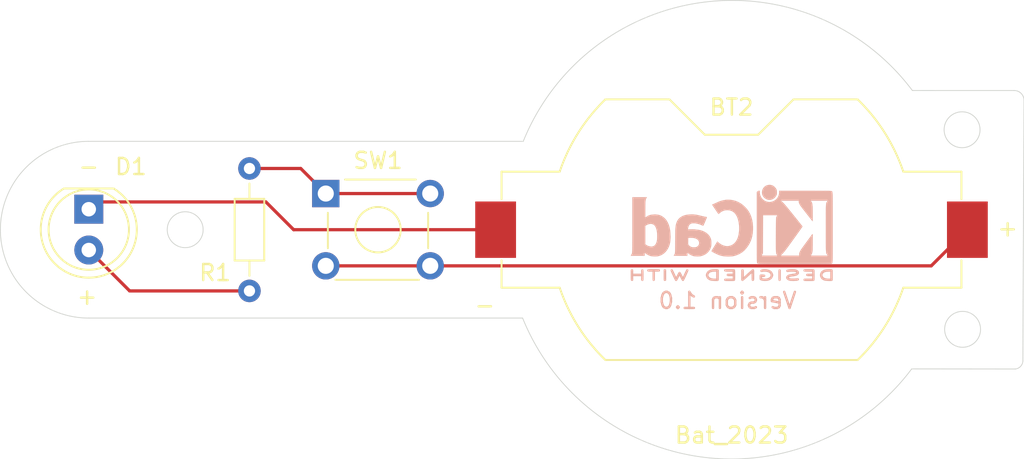
<source format=kicad_pcb>
(kicad_pcb (version 20240108) (generator "pcbnew") (generator_version "8.0")
  (title_block (title "Flash_Light") (date "2025-01-27") (rev "1") (company "Afsal Lais"))
  (layers (0 "F.Cu" signal) (31 "B.Cu" signal) (34 "B.Paste" user) (35 "F.Paste" user) (36 "B.SilkS" user "B.Silkscreen") (37 "F.SilkS" user "F.Silkscreen") (38 "B.Mask" user) (39 "F.Mask" user) (44 "Edge.Cuts" user))
  (net 0 "")
  (net 1 "LED_K")
  (net 2 "BAT_POS")
  (net 3 "LED_A")
  (net 4 "Net-(SW1-A)")
  (footprint "Battery:BatteryHolder_Keystone_1058_1x2032" (layer "F.Cu") (at 148 163.25 180)
    (property "Reference" "BT2" (at 0 7.62 360) (layer "F.SilkS"))
    (property "Value" "Bat_2023" (at -0.01 -12.79 0) (layer "F.SilkS"))
    (pad "1" smd rect (at -14.68 0 180) (size 2.54 3.51) (layers "F.Cu" "F.Paste" "F.Mask") (net 2 "BAT_POS"))
    (pad "2" smd rect (at 14.68 0 180) (size 2.54 3.51) (layers "F.Cu" "F.Paste" "F.Mask") (net 1 "LED_K"))
  )
  (footprint "LED_THT:LED_D5.0mm" (layer "F.Cu") (at 108 161.975 -90)
    (property "Reference" "D1" (at -2.645 -2.62 180) (layer "F.SilkS"))
    (property "Value" "LED")
    (pad "1" thru_hole rect (at 0 0 270) (size 1.8 1.8) (drill 0.9) (layers "*.Cu" "*.Mask") (net 1 "LED_K"))
    (pad "2" thru_hole circle (at 2.54 0 270) (size 1.8 1.8) (drill 0.9) (layers "*.Cu" "*.Mask") (net 3 "LED_A"))
  )
  (footprint "Button_Switch_THT:SW_TH_Tactile_Omron_B3F-10xx" (layer "F.Cu") (at 122.75 161)
    (property "Reference" "SW1" (at 3.25 -2.05 0) (layer "F.SilkS"))
    (property "Value" "SW_SPST")
    (pad "1" thru_hole rect (at 0 0) (size 1.7 1.7) (drill 1) (layers "*.Cu" "*.Mask") (net 4 "Net-(SW1-A)"))
    (pad "1" thru_hole circle (at 6.5 0) (size 1.7 1.7) (drill 1) (layers "*.Cu" "*.Mask") (net 4 "Net-(SW1-A)"))
    (pad "2" thru_hole circle (at 0 4.5) (size 1.7 1.7) (drill 1) (layers "*.Cu" "*.Mask") (net 2 "BAT_POS"))
    (pad "2" thru_hole circle (at 6.5 4.5) (size 1.7 1.7) (drill 1) (layers "*.Cu" "*.Mask") (net 2 "BAT_POS"))
  )
  (footprint "Resistor_THT:R_Axial_DIN0204_L3.6mm_D1.6mm_P7.62mm_Horizontal" (layer "F.Cu") (at 118 167.06 90)
    (property "Reference" "R1" (at 1.13 -2.14 180) (layer "F.SilkS"))
    (property "Value" "R")
    (pad "1" thru_hole circle (at 0 0 90) (size 1.4 1.4) (drill 0.7) (layers "*.Cu" "*.Mask") (net 3 "LED_A"))
    (pad "2" thru_hole oval (at 7.62 0 90) (size 1.4 1.4) (drill 0.7) (layers "*.Cu" "*.Mask") (net 4 "Net-(SW1-A)"))
  )
  (footprint "Symbol:KiCad-Logo2_5mm_SilkScreen" (layer "B.Cu") (at 148.02 163.44 180)
    (property "Reference" "REF**" (hide yes))
    (property "Value" "KiCad-Logo2_5mm_SilkScreen" (hide yes))
  )
  (gr_line (start 108 168.75) (end 135 168.75) (stroke (width 0.05)) (layer "Edge.Cuts"))
  (gr_circle (center 162.35 157.03) (end 163.35 157.53) (stroke (width 0.05)) (fill none) (layer "Edge.Cuts"))
  (gr_line (start 166.131875 171.423368) (end 166.200266 155.181041) (stroke (width 0.05)) (layer "Edge.Cuts"))
  (gr_circle (center 114 163.25) (end 115 163.75) (stroke (width 0.05)) (fill none) (layer "Edge.Cuts"))
  (gr_arc (start 165.58 154.59) (mid 166.014137 154.755385) (end 166.200266 155.181041) (stroke (width 0.05)) (layer "Edge.Cuts"))
  (gr_circle (center 162.381967 169.45) (end 163.381967 169.95) (stroke (width 0.05)) (fill none) (layer "Edge.Cuts"))
  (gr_line (start 159.256058 154.587956) (end 165.58 154.59) (stroke (width 0.05)) (layer "Edge.Cuts"))
  (gr_arc (start 166.131875 171.423368) (mid 165.98871 171.759831) (end 165.66 171.92) (stroke (width 0.05)) (layer "Edge.Cuts"))
  (gr_arc (start 135.04 157.75) (mid 146.224719 149.097942) (end 159.256058 154.587956) (stroke (width 0.05)) (layer "Edge.Cuts"))
  (gr_line (start 108 157.75) (end 135.04 157.75) (stroke (width 0.05)) (layer "Edge.Cuts"))
  (gr_arc (start 159.216059 171.912044) (mid 146.18472 177.402058) (end 135.000001 168.75) (stroke (width 0.05)) (layer "Edge.Cuts"))
  (gr_arc (start 108 168.75) (mid 102.5 163.25) (end 108 157.75) (stroke (width 0.05)) (layer "Edge.Cuts"))
  (gr_line (start 159.216059 171.912044) (end 165.66 171.92) (stroke (width 0.05)) (layer "Edge.Cuts"))
  (gr_text "Version 1.0" (at 152.14 168.25 0) (layer "B.SilkS") (effects (font (size 1 1)) (justify left bottom mirror)))
  (gr_text "-\n" (at 107.28 159.9 0) (layer "F.SilkS") (effects (font (size 1 1)) (justify left bottom)))
  (gr_text "+" (at 107.18 167.99 0) (layer "F.SilkS") (effects (font (size 1 1)) (justify left bottom)))
  (gr_text "+" (at 164.47 163.74 0) (layer "F.SilkS") (effects (font (size 1 1)) (justify left bottom)))
  (gr_text "-\n" (at 131.93 168.53 0) (layer "F.SilkS") (effects (font (size 1 1)) (justify left bottom)))
  (segment (start 108 161.975) (end 108.452255 161.522745) (width 0.2) (layer "F.Cu") (net 1))
  (segment (start 108.452255 161.522745) (end 119.022745 161.522745) (width 0.2) (layer "F.Cu") (net 1))
  (segment (start 119.022745 161.522745) (end 120.75 163.25) (width 0.2) (layer "F.Cu") (net 1))
  (segment (start 120.75 163.25) (end 133.32 163.25) (width 0.2) (layer "F.Cu") (net 1))
  (segment (start 122.75 165.5) (end 129.25 165.5) (width 0.2) (layer "F.Cu") (net 2))
  (segment (start 129.25 165.5) (end 160.43 165.5) (width 0.2) (layer "F.Cu") (net 2))
  (segment (start 160.43 165.5) (end 162.68 163.25) (width 0.2) (layer "F.Cu") (net 2))
  (segment (start 108 164.515) (end 110.545 167.06) (width 0.2) (layer "F.Cu") (net 3))
  (segment (start 110.545 167.06) (end 118 167.06) (width 0.2) (layer "F.Cu") (net 3))
  (segment (start 121.19 159.44) (end 122.75 161) (width 0.2) (layer "F.Cu") (net 4))
  (segment (start 122.75 161) (end 129.25 161) (width 0.2) (layer "F.Cu") (net 4))
  (segment (start 118 159.44) (end 121.19 159.44) (width 0.2) (layer "F.Cu") (net 4))
)
</source>
